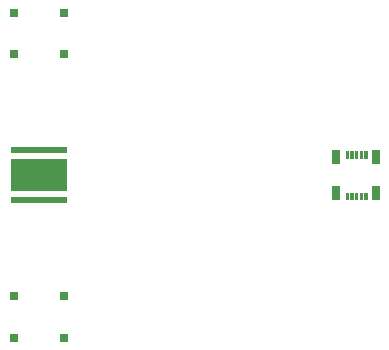
<source format=gbr>
%TF.GenerationSoftware,KiCad,Pcbnew,(5.99.0-2309-gaf729d578)*%
%TF.CreationDate,2020-08-02T15:34:59-04:00*%
%TF.ProjectId,flex,666c6578-2e6b-4696-9361-645f70636258,rev?*%
%TF.SameCoordinates,Original*%
%TF.FileFunction,Paste,Bot*%
%TF.FilePolarity,Positive*%
%FSLAX46Y46*%
G04 Gerber Fmt 4.6, Leading zero omitted, Abs format (unit mm)*
G04 Created by KiCad (PCBNEW (5.99.0-2309-gaf729d578)) date 2020-08-02 15:34:59*
%MOMM*%
%LPD*%
G01*
G04 APERTURE LIST*
%ADD10C,0.010000*%
%ADD11R,0.750000X0.700000*%
%ADD12R,0.700000X1.200000*%
%ADD13R,4.780000X2.780000*%
%ADD14R,4.780000X0.500000*%
G04 APERTURE END LIST*
%TO.C,P1*%
G36*
X16770000Y-18510000D02*
G01*
X16571193Y-18510000D01*
X16571193Y-17996590D01*
X16770000Y-17996590D01*
X16770000Y-18510000D01*
G37*
D10*
X16770000Y-18510000D02*
X16571193Y-18510000D01*
X16571193Y-17996590D01*
X16770000Y-17996590D01*
X16770000Y-18510000D01*
G36*
X16370000Y-18510000D02*
G01*
X16170410Y-18510000D01*
X16170410Y-17997270D01*
X16370000Y-17997270D01*
X16370000Y-18510000D01*
G37*
X16370000Y-18510000D02*
X16170410Y-18510000D01*
X16170410Y-17997270D01*
X16370000Y-17997270D01*
X16370000Y-18510000D01*
G36*
X15970000Y-18510000D02*
G01*
X15769901Y-18510000D01*
X15769901Y-17998020D01*
X15970000Y-17998020D01*
X15970000Y-18510000D01*
G37*
X15970000Y-18510000D02*
X15769901Y-18510000D01*
X15769901Y-17998020D01*
X15970000Y-17998020D01*
X15970000Y-18510000D01*
G36*
X15570000Y-18510000D02*
G01*
X15369500Y-18510000D01*
X15369500Y-17998000D01*
X15570000Y-17998000D01*
X15570000Y-18510000D01*
G37*
X15570000Y-18510000D02*
X15369500Y-18510000D01*
X15369500Y-17998000D01*
X15570000Y-17998000D01*
X15570000Y-18510000D01*
G36*
X15170000Y-18510000D02*
G01*
X14968920Y-18510000D01*
X14968920Y-17997600D01*
X15170000Y-17997600D01*
X15170000Y-18510000D01*
G37*
X15170000Y-18510000D02*
X14968920Y-18510000D01*
X14968920Y-17997600D01*
X15170000Y-17997600D01*
X15170000Y-18510000D01*
G36*
X16770000Y-22000000D02*
G01*
X16571126Y-22000000D01*
X16571126Y-21492400D01*
X16770000Y-21492400D01*
X16770000Y-22000000D01*
G37*
X16770000Y-22000000D02*
X16571126Y-22000000D01*
X16571126Y-21492400D01*
X16770000Y-21492400D01*
X16770000Y-22000000D01*
G36*
X16370000Y-22000000D02*
G01*
X16170593Y-22000000D01*
X16170593Y-21492950D01*
X16370000Y-21492950D01*
X16370000Y-22000000D01*
G37*
X16370000Y-22000000D02*
X16170593Y-22000000D01*
X16170593Y-21492950D01*
X16370000Y-21492950D01*
X16370000Y-22000000D01*
G36*
X15970000Y-22000000D02*
G01*
X15769940Y-22000000D01*
X15769940Y-21490900D01*
X15970000Y-21490900D01*
X15970000Y-22000000D01*
G37*
X15970000Y-22000000D02*
X15769940Y-22000000D01*
X15769940Y-21490900D01*
X15970000Y-21490900D01*
X15970000Y-22000000D01*
G36*
X15570000Y-22000000D02*
G01*
X15369820Y-22000000D01*
X15369820Y-21490540D01*
X15570000Y-21490540D01*
X15570000Y-22000000D01*
G37*
X15570000Y-22000000D02*
X15369820Y-22000000D01*
X15369820Y-21490540D01*
X15570000Y-21490540D01*
X15570000Y-22000000D01*
G36*
X15170000Y-22000000D02*
G01*
X14969422Y-22000000D01*
X14969422Y-21490960D01*
X15170000Y-21490960D01*
X15170000Y-22000000D01*
G37*
X15170000Y-22000000D02*
X14969422Y-22000000D01*
X14969422Y-21490960D01*
X15170000Y-21490960D01*
X15170000Y-22000000D01*
%TD*%
D11*
%TO.C,SW2*%
X-13125000Y-33750000D03*
X-8875000Y-33750000D03*
X-13125000Y-30250000D03*
X-8875000Y-30250000D03*
%TD*%
%TO.C,SW1*%
X-13125000Y-9750000D03*
X-8875000Y-9750000D03*
X-13125000Y-6250000D03*
X-8875000Y-6250000D03*
%TD*%
D12*
%TO.C,P1*%
X17570000Y-21500000D03*
X17570000Y-18500000D03*
X14170000Y-18500000D03*
X14170000Y-21500000D03*
%TD*%
D13*
%TO.C,D1*%
X-11000000Y-20000000D03*
D14*
X-11000000Y-22140000D03*
X-11000000Y-17860000D03*
%TD*%
M02*

</source>
